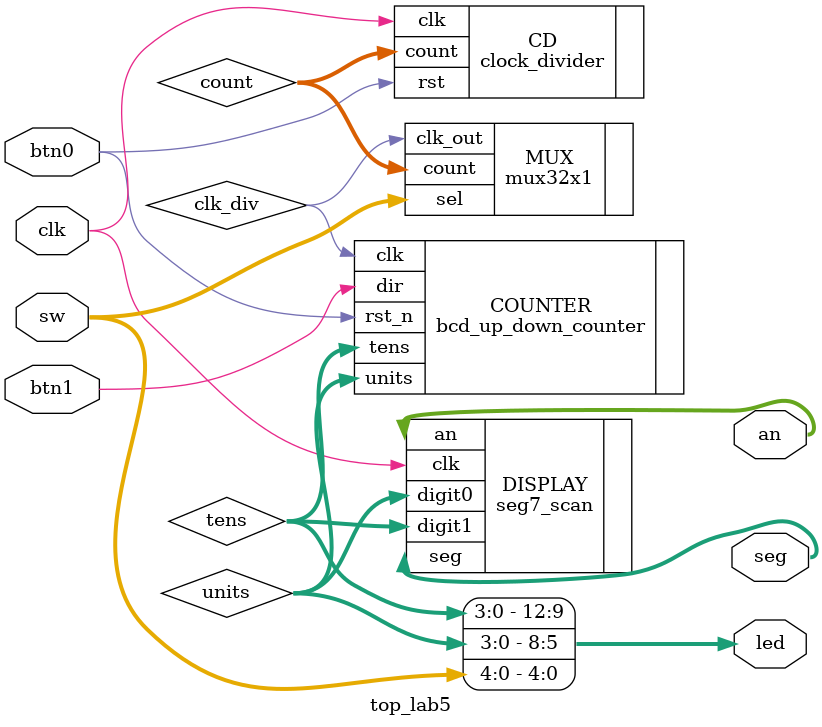
<source format=v>
`timescale 1ns / 1ps


module top_lab5(

    input clk,
    input [4:0] sw,
    input btn0, // This is the reset    
    input btn1,    
    output [6:0] seg,
    output [7:0] an,
    output [12:0] led
);
    wire [31:0] count;
    wire clk_div;
    wire [3:0] units, tens;

    assign led[4:0] = sw;
    assign led[8:5] = units;
    assign led[12:9] = tens;

    clock_divider CD (
        .clk(clk),
        .rst(btn0),     
        .count(count)
    );

    mux32x1 MUX (
        .count(count),
        .sel(sw),
        .clk_out(clk_div)
    );

    bcd_up_down_counter COUNTER (
        .clk(clk_div),
        .rst_n(btn0),    
        .dir(btn1),      
        .units(units),
        .tens(tens)
    );

    seg7_scan DISPLAY (
        .clk(clk),
        .digit0(units),
        .digit1(tens),
        .seg(seg),
        .an(an)
    );
endmodule
</source>
